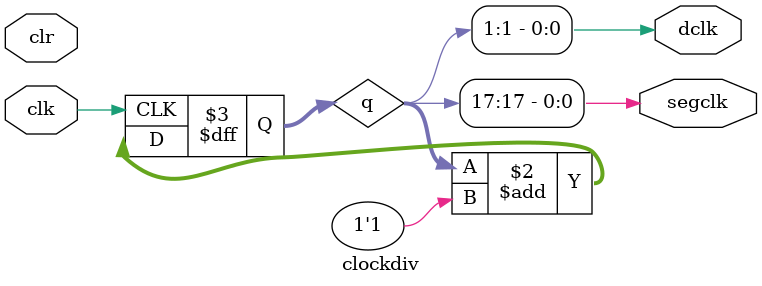
<source format=v>
`timescale 1ns / 1ps

module clockdiv(
    input wire clk,
    input wire clr,
    output wire dclk,
    output wire segclk
    );
    
    // 17-bit counter variable
    reg [17:0] q;
    
    // Clock divider --
    // Each bit in q is a clock signal that is
    // only a fraction of the master clock.
    always @(posedge clk)
    begin
        q <= q + 1'b1;
    end
    
    // 50Mhz / 2^17 = 381Hz
    assign segclk = q[17];
    // 50Mhz / 2^1 = 25Mhz
    assign dclk = q[1];
    
endmodule
</source>
